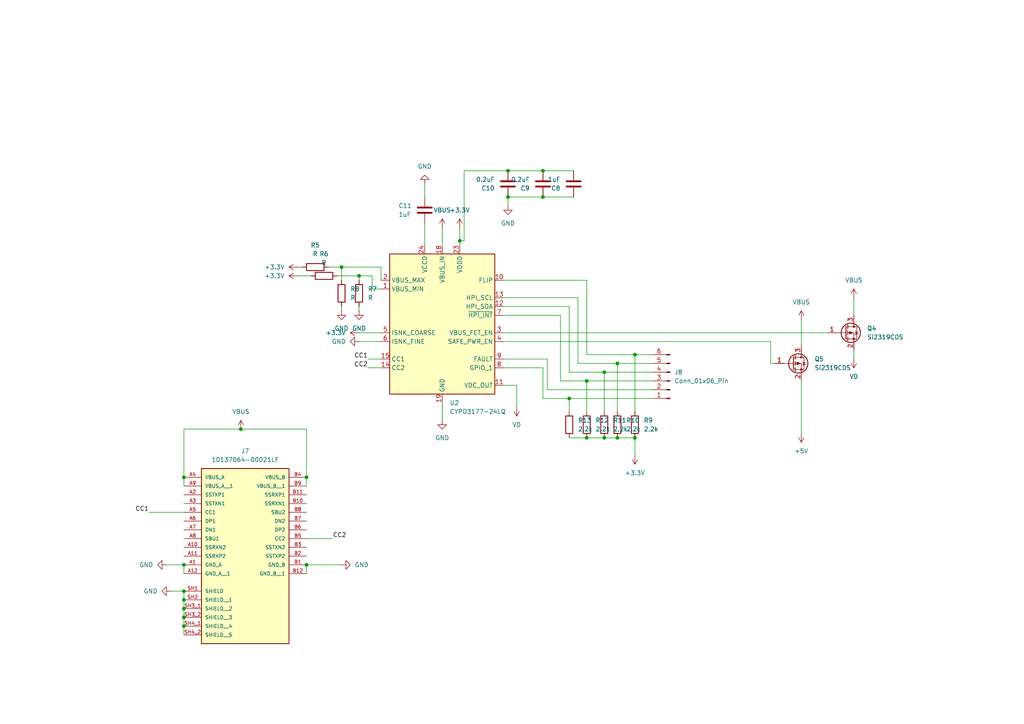
<source format=kicad_sch>
(kicad_sch (version 20250114) (generator "eeschema") (generator_version "9.0")
  (paper "A4")
  (lib_symbols
    (symbol "10137064-00021LF:10137064-00021LF" (pin_names (offset 1.016))
      (property "Reference" "J" (at -12.7 16.002 0))
      (property "Value" "10137064-00021LF" (at -12.7 -36.322 0))
      (symbol "10137064-00021LF_0_0"
        (rectangle (start -12.7 -35.56) (end 12.7 15.24) (stroke (width 0.254)) (fill (type background)))
        (pin power_in line (at -17.78 12.7 0) (length 5.08) (name "VBUS_A") (number "A4"))
        (pin power_in line (at -17.78 10.16 0) (length 5.08) (name "VBUS_A__1") (number "A9"))
        (pin bidirectional line (at -17.78 7.62 0) (length 5.08) (name "SSTXP1") (number "A2"))
        (pin bidirectional line (at -17.78 5.08 0) (length 5.08) (name "SSTXN1") (number "A3"))
        (pin bidirectional line (at -17.78 2.54 0) (length 5.08) (name "CC1") (number "A5"))
        (pin bidirectional line (at -17.78 0 0) (length 5.08) (name "DP1") (number "A6"))
        (pin bidirectional line (at -17.78 -2.54 0) (length 5.08) (name "DN1") (number "A7"))
        (pin bidirectional line (at -17.78 -5.08 0) (length 5.08) (name "SBU1") (number "A8"))
        (pin bidirectional line (at -17.78 -7.62 0) (length 5.08) (name "SSRXN2") (number "A10"))
        (pin bidirectional line (at -17.78 -10.16 0) (length 5.08) (name "SSRXP2") (number "A11"))
        (pin power_in line (at -17.78 -12.7 0) (length 5.08) (name "GND_A") (number "A1"))
        (pin power_in line (at -17.78 -15.24 0) (length 5.08) (name "GND_A__1") (number "A12"))
        (pin passive line (at -17.78 -20.32 0) (length 5.08) (name "SHIELD") (number "SH1"))
        (pin passive line (at -17.78 -22.86 0) (length 5.08) (name "SHIELD__1") (number "SH2"))
        (pin passive line (at -17.78 -25.4 0) (length 5.08) (name "SHIELD__2") (number "SH3_1"))
        (pin passive line (at -17.78 -27.94 0) (length 5.08) (name "SHIELD__3") (number "SH3_2"))
        (pin passive line (at -17.78 -30.48 0) (length 5.08) (name "SHIELD__4") (number "SH4_1"))
        (pin passive line (at -17.78 -33.02 0) (length 5.08) (name "SHIELD__5") (number "SH4_2"))
        (pin power_in line (at 17.78 12.7 180) (length 5.08) (name "VBUS_B") (number "B4"))
        (pin power_in line (at 17.78 10.16 180) (length 5.08) (name "VBUS_B__1") (number "B9"))
        (pin bidirectional line (at 17.78 7.62 180) (length 5.08) (name "SSRXP1") (number "B11"))
        (pin bidirectional line (at 17.78 5.08 180) (length 5.08) (name "SSRXN1") (number "B10"))
        (pin bidirectional line (at 17.78 2.54 180) (length 5.08) (name "SBU2") (number "B8"))
        (pin bidirectional line (at 17.78 0 180) (length 5.08) (name "DN2") (number "B7"))
        (pin bidirectional line (at 17.78 -2.54 180) (length 5.08) (name "DP2") (number "B6"))
        (pin bidirectional line (at 17.78 -5.08 180) (length 5.08) (name "CC2") (number "B5"))
        (pin bidirectional line (at 17.78 -7.62 180) (length 5.08) (name "SSTXN2") (number "B3"))
        (pin bidirectional line (at 17.78 -10.16 180) (length 5.08) (name "SSTXP2") (number "B2"))
        (pin power_in line (at 17.78 -12.7 180) (length 5.08) (name "GND_B") (number "B1"))
        (pin power_in line (at 17.78 -15.24 180) (length 5.08) (name "GND_B__1") (number "B12"))
      )
    )
    (symbol "Connector:Conn_01x06_Pin" (pin_names (offset 1.016) (hide yes))
      (property "Reference" "J" (at 0 7.62 0))
      (property "Value" "Conn_01x06_Pin" (at 0 -10.16 0))
      (symbol "Conn_01x06_Pin_1_1"
        (rectangle (start 0.8636 5.207) (end 0 4.953) (stroke (width 0.1524)) (fill (type outline)))
        (rectangle (start 0.8636 2.667) (end 0 2.413) (stroke (width 0.1524)) (fill (type outline)))
        (rectangle (start 0.8636 0.127) (end 0 -0.127) (stroke (width 0.1524)) (fill (type outline)))
        (rectangle (start 0.8636 -2.413) (end 0 -2.667) (stroke (width 0.1524)) (fill (type outline)))
        (rectangle (start 0.8636 -4.953) (end 0 -5.207) (stroke (width 0.1524)) (fill (type outline)))
        (rectangle (start 0.8636 -7.493) (end 0 -7.747) (stroke (width 0.1524)) (fill (type outline)))
        (polyline (pts (xy 1.27 5.08) (xy 0.8636 5.08)) (stroke (width 0.1524)))
        (polyline (pts (xy 1.27 2.54) (xy 0.8636 2.54)) (stroke (width 0.1524)))
        (polyline (pts (xy 1.27 0) (xy 0.8636 0)) (stroke (width 0.1524)))
        (polyline (pts (xy 1.27 -2.54) (xy 0.8636 -2.54)) (stroke (width 0.1524)))
        (polyline (pts (xy 1.27 -5.08) (xy 0.8636 -5.08)) (stroke (width 0.1524)))
        (polyline (pts (xy 1.27 -7.62) (xy 0.8636 -7.62)) (stroke (width 0.1524)))
        (pin passive line (at 5.08 5.08 180) (length 3.81) (name "Pin_1") (number "1"))
        (pin passive line (at 5.08 2.54 180) (length 3.81) (name "Pin_2") (number "2"))
        (pin passive line (at 5.08 0 180) (length 3.81) (name "Pin_3") (number "3"))
        (pin passive line (at 5.08 -2.54 180) (length 3.81) (name "Pin_4") (number "4"))
        (pin passive line (at 5.08 -5.08 180) (length 3.81) (name "Pin_5") (number "5"))
        (pin passive line (at 5.08 -7.62 180) (length 3.81) (name "Pin_6") (number "6"))
      )
    )
    (symbol "Device:C" (pin_numbers (hide yes)) (pin_names (offset 0.254))
      (property "Reference" "C" (at 0.635 2.54 0))
      (property "Value" "C" (at 0.635 -2.54 0))
      (symbol "C_0_1"
        (polyline (pts (xy -2.032 0.762) (xy 2.032 0.762)) (stroke (width 0.508)))
        (polyline (pts (xy -2.032 -0.762) (xy 2.032 -0.762)) (stroke (width 0.508)))
      )
      (symbol "C_1_1"
        (pin passive line (at 0 3.81 270) (length 2.794) (name "~") (number "1"))
        (pin passive line (at 0 -3.81 90) (length 2.794) (name "~") (number "2"))
      )
    )
    (symbol "Device:R" (pin_numbers (hide yes)) (pin_names (offset 0))
      (property "Reference" "R" (at 2.032 0 90))
      (property "Value" "R" (at 0 0 90))
      (symbol "R_0_1"
        (rectangle (start -1.016 -2.54) (end 1.016 2.54) (stroke (width 0.254)))
      )
      (symbol "R_1_1"
        (pin passive line (at 0 3.81 270) (length 1.27) (name "~") (number "1"))
        (pin passive line (at 0 -3.81 90) (length 1.27) (name "~") (number "2"))
      )
    )
    (symbol "Interface_USB:CYPD3177-24LQ"
      (property "Reference" "U" (at -13.97 21.59 0))
      (property "Value" "CYPD3177-24LQ" (at 10.16 -21.59 0))
      (symbol "CYPD3177-24LQ_0_1"
        (rectangle (start -15.24 20.32) (end 15.24 -20.32) (stroke (width 0.254)) (fill (type background)))
      )
      (symbol "CYPD3177-24LQ_1_1"
        (pin input line (at -17.78 12.7 0) (length 2.54) (name "VBUS_MAX") (number "2"))
        (pin input line (at -17.78 10.16 0) (length 2.54) (name "VBUS_MIN") (number "1"))
        (pin input line (at -17.78 -2.54 0) (length 2.54) (name "ISNK_COARSE") (number "5"))
        (pin input line (at -17.78 -5.08 0) (length 2.54) (name "ISNK_FINE") (number "6"))
        (pin bidirectional line (at -17.78 -10.16 0) (length 2.54) (name "CC1") (number "15"))
        (pin bidirectional line (at -17.78 -12.7 0) (length 2.54) (name "CC2") (number "14"))
        (pin no_connect line (at -15.24 5.08 0) (length 2.54) (hide yes) (name "NC") (number "17"))
        (pin no_connect line (at -15.24 2.54 0) (length 2.54) (hide yes) (name "NC") (number "16"))
        (pin power_out line (at -5.08 22.86 270) (length 2.54) (name "VCCD") (number "24"))
        (pin power_in line (at 0 22.86 270) (length 2.54) (name "VBUS_IN") (number "18"))
        (pin power_in line (at 0 -22.86 90) (length 2.54) (name "GND") (number "19"))
        (pin passive line (at 0 -22.86 90) (length 2.54) (hide yes) (name "GND") (number "22"))
        (pin passive line (at 0 -22.86 90) (length 2.54) (hide yes) (name "GND") (number "25"))
        (pin power_out line (at 5.08 22.86 270) (length 2.54) (name "VDDD") (number "23"))
        (pin no_connect line (at 15.24 17.78 180) (length 2.54) (hide yes) (name "NC") (number "20"))
        (pin no_connect line (at 15.24 15.24 180) (length 2.54) (hide yes) (name "NC") (number "21"))
        (pin output line (at 17.78 12.7 180) (length 2.54) (name "FLIP") (number "10"))
        (pin bidirectional line (at 17.78 7.62 180) (length 2.54) (name "HPI_SCL") (number "13"))
        (pin bidirectional line (at 17.78 5.08 180) (length 2.54) (name "HPI_SDA") (number "12"))
        (pin input line (at 17.78 2.54 180) (length 2.54) (name "~{HPI_INT}") (number "7"))
        (pin output line (at 17.78 -2.54 180) (length 2.54) (name "VBUS_FET_EN") (number "3"))
        (pin output line (at 17.78 -5.08 180) (length 2.54) (name "SAFE_PWR_EN") (number "4"))
        (pin output line (at 17.78 -10.16 180) (length 2.54) (name "FAULT") (number "9"))
        (pin bidirectional line (at 17.78 -12.7 180) (length 2.54) (name "GPIO_1") (number "8"))
        (pin output line (at 17.78 -17.78 180) (length 2.54) (name "VDC_OUT") (number "11"))
      )
    )
    (symbol "Si2329CDS_1" (pin_names (hide yes))
      (property "Reference" "Q" (at 5.08 1.905 0))
      (property "Value" "Si2319CDS" (at 5.08 0 0))
      (symbol "Si2329CDS_1_0_1"
        (polyline (pts (xy 0.254 1.905) (xy 0.254 -1.905)) (stroke (width 0.254)))
        (polyline (pts (xy 0.254 0) (xy -2.54 0)))
        (polyline (pts (xy 0.762 2.286) (xy 0.762 1.27)) (stroke (width 0.254)))
        (polyline (pts (xy 0.762 1.778) (xy 3.302 1.778) (xy 3.302 -1.778) (xy 0.762 -1.778)))
        (polyline (pts (xy 0.762 0.508) (xy 0.762 -0.508)) (stroke (width 0.254)))
        (polyline (pts (xy 0.762 -1.27) (xy 0.762 -2.286)) (stroke (width 0.254)))
        (circle (center 1.651 0) (radius 2.794) (stroke (width 0.254)))
        (polyline (pts (xy 2.286 0) (xy 1.27 0.381) (xy 1.27 -0.381) (xy 2.286 0)) (fill (type outline)))
        (polyline (pts (xy 2.54 2.54) (xy 2.54 1.778)))
        (circle (center 2.54 1.778) (radius 0.254) (fill (type outline)))
        (circle (center 2.54 -1.778) (radius 0.254) (fill (type outline)))
        (polyline (pts (xy 2.54 -2.54) (xy 2.54 0) (xy 0.762 0)))
        (polyline (pts (xy 2.794 -0.508) (xy 2.921 -0.381) (xy 3.683 -0.381) (xy 3.81 -0.254)))
        (polyline (pts (xy 3.302 -0.381) (xy 2.921 0.254) (xy 3.683 0.254) (xy 3.302 -0.381)))
      )
      (symbol "Si2329CDS_1_1_1"
        (pin input line (at -5.08 0 0) (length 2.54) (name "G") (number "1"))
        (pin passive line (at 2.54 5.08 270) (length 2.54) (name "D") (number "3"))
        (pin passive line (at 2.54 -5.08 90) (length 2.54) (name "S") (number "2"))
      )
    )
    (symbol "Transistor_FET:Si2343CDS" (pin_names (hide yes))
      (property "Reference" "Q" (at 5.08 1.905 0))
      (property "Value" "Si2319CDS" (at 5.08 0 0))
      (symbol "Si2343CDS_0_1"
        (polyline (pts (xy 0.254 1.905) (xy 0.254 -1.905)) (stroke (width 0.254)))
        (polyline (pts (xy 0.254 0) (xy -2.54 0)))
        (polyline (pts (xy 0.762 2.286) (xy 0.762 1.27)) (stroke (width 0.254)))
        (polyline (pts (xy 0.762 1.778) (xy 3.302 1.778) (xy 3.302 -1.778) (xy 0.762 -1.778)))
        (polyline (pts (xy 0.762 0.508) (xy 0.762 -0.508)) (stroke (width 0.254)))
        (polyline (pts (xy 0.762 -1.27) (xy 0.762 -2.286)) (stroke (width 0.254)))
        (circle (center 1.651 0) (radius 2.794) (stroke (width 0.254)))
        (polyline (pts (xy 2.286 0) (xy 1.27 0.381) (xy 1.27 -0.381) (xy 2.286 0)) (fill (type outline)))
        (polyline (pts (xy 2.54 2.54) (xy 2.54 1.778)))
        (circle (center 2.54 1.778) (radius 0.254) (fill (type outline)))
        (circle (center 2.54 -1.778) (radius 0.254) (fill (type outline)))
        (polyline (pts (xy 2.54 -2.54) (xy 2.54 0) (xy 0.762 0)))
        (polyline (pts (xy 2.794 -0.508) (xy 2.921 -0.381) (xy 3.683 -0.381) (xy 3.81 -0.254)))
        (polyline (pts (xy 3.302 -0.381) (xy 2.921 0.254) (xy 3.683 0.254) (xy 3.302 -0.381)))
      )
      (symbol "Si2343CDS_1_1"
        (pin input line (at -5.08 0 0) (length 2.54) (name "G") (number "1"))
        (pin passive line (at 2.54 5.08 270) (length 2.54) (name "D") (number "3"))
        (pin passive line (at 2.54 -5.08 90) (length 2.54) (name "S") (number "2"))
      )
    )
    (symbol "power:+3.3V" (power) (pin_numbers (hide yes)) (pin_names (offset 0) (hide yes))
      (property "Value" "+3.3V" (at 0 3.556 0))
      (symbol "+3.3V_0_1"
        (polyline (pts (xy -0.762 1.27) (xy 0 2.54)))
        (polyline (pts (xy 0 2.54) (xy 0.762 1.27)))
        (polyline (pts (xy 0 0) (xy 0 2.54)))
      )
      (symbol "+3.3V_1_1"
        (pin power_in line (at 0 0 90) (length 0) (name "~") (number "1"))
      )
    )
    (symbol "power:+5V" (power) (pin_numbers (hide yes)) (pin_names (offset 0) (hide yes))
      (property "Value" "+5V" (at 0 3.556 0))
      (symbol "+5V_0_1"
        (polyline (pts (xy -0.762 1.27) (xy 0 2.54)))
        (polyline (pts (xy 0 2.54) (xy 0.762 1.27)))
        (polyline (pts (xy 0 0) (xy 0 2.54)))
      )
      (symbol "+5V_1_1"
        (pin power_in line (at 0 0 90) (length 0) (name "~") (number "1"))
      )
    )
    (symbol "power:GND" (power) (pin_numbers (hide yes)) (pin_names (offset 0) (hide yes))
      (property "Value" "GND" (at 0 -3.81 0))
      (symbol "GND_0_1"
        (polyline (pts (xy 0 0) (xy 0 -1.27) (xy 1.27 -1.27) (xy 0 -2.54) (xy -1.27 -1.27) (xy 0 -1.27)))
      )
      (symbol "GND_1_1"
        (pin power_in line (at 0 0 270) (length 0) (name "~") (number "1"))
      )
    )
    (symbol "power:VBUS" (power) (pin_numbers (hide yes)) (pin_names (offset 0) (hide yes))
      (property "Value" "VBUS" (at 0 3.556 0))
      (symbol "VBUS_0_1"
        (polyline (pts (xy -0.762 1.27) (xy 0 2.54)))
        (polyline (pts (xy 0 2.54) (xy 0.762 1.27)))
        (polyline (pts (xy 0 0) (xy 0 2.54)))
      )
      (symbol "VBUS_1_1"
        (pin power_in line (at 0 0 90) (length 0) (name "~") (number "1"))
      )
    )
    (symbol "power:VD" (power) (pin_numbers (hide yes)) (pin_names (offset 0) (hide yes))
      (property "Value" "VD" (at 0 3.556 0))
      (symbol "VD_0_1"
        (polyline (pts (xy -0.762 1.27) (xy 0 2.54)))
        (polyline (pts (xy 0 2.54) (xy 0.762 1.27)))
        (polyline (pts (xy 0 0) (xy 0 2.54)))
      )
      (symbol "VD_1_1"
        (pin power_in line (at 0 0 90) (length 0) (name "~") (number "1"))
      )
    )
  )
  (junction (at 99.06 77.47))
  (junction (at 53.34 181.61))
  (junction (at 175.26 107.95))
  (junction (at 53.34 176.53))
  (junction (at 179.07 105.41))
  (junction (at 179.07 127))
  (junction (at 88.9 163.83))
  (junction (at 170.18 127))
  (junction (at 69.85 124.46))
  (junction (at 53.34 163.83))
  (junction (at 175.26 127))
  (junction (at 165.1 115.57))
  (junction (at 157.48 57.15))
  (junction (at 147.32 57.15))
  (junction (at 184.15 102.87))
  (junction (at 53.34 173.99))
  (junction (at 88.9 138.43))
  (junction (at 53.34 171.45))
  (junction (at 53.34 138.43))
  (junction (at 157.48 49.53))
  (junction (at 104.14 80.01))
  (junction (at 133.35 69.85))
  (junction (at 170.18 110.49))
  (junction (at 184.15 127))
  (junction (at 147.32 49.53))
  (junction (at 53.34 179.07))
  (wire (pts (xy 170.18 110.49) (xy 170.18 119.38)))
  (wire (pts (xy 146.05 106.68) (xy 157.48 106.68)))
  (wire (pts (xy 104.14 96.52) (xy 110.49 96.52)))
  (wire (pts (xy 157.48 106.68) (xy 157.48 115.57)))
  (wire (pts (xy 170.18 102.87) (xy 170.18 81.28)))
  (wire (pts (xy 165.1 115.57) (xy 189.23 115.57)))
  (wire (pts (xy 149.86 111.76) (xy 146.05 111.76)))
  (wire (pts (xy 133.35 66.04) (xy 133.35 69.85)))
  (wire (pts (xy 165.1 107.95) (xy 175.26 107.95)))
  (wire (pts (xy 147.32 57.15) (xy 147.32 59.69)))
  (wire (pts (xy 162.56 91.44) (xy 162.56 110.49)))
  (wire (pts (xy 53.34 138.43) (xy 53.34 140.97)))
  (wire (pts (xy 179.07 127) (xy 184.15 127)))
  (wire (pts (xy 107.95 80.01) (xy 104.14 80.01)))
  (wire (pts (xy 147.32 49.53) (xy 134.62 49.53)))
  (wire (pts (xy 157.48 49.53) (xy 147.32 49.53)))
  (wire (pts (xy 107.95 83.82) (xy 107.95 80.01)))
  (wire (pts (xy 110.49 83.82) (xy 107.95 83.82)))
  (wire (pts (xy 88.9 163.83) (xy 99.06 163.83)))
  (wire (pts (xy 53.34 171.45) (xy 53.34 173.99)))
  (wire (pts (xy 162.56 110.49) (xy 170.18 110.49)))
  (wire (pts (xy 86.36 77.47) (xy 87.63 77.47)))
  (wire (pts (xy 165.1 127) (xy 170.18 127)))
  (wire (pts (xy 157.48 57.15) (xy 147.32 57.15)))
  (wire (pts (xy 48.26 163.83) (xy 53.34 163.83)))
  (wire (pts (xy 166.37 49.53) (xy 157.48 49.53)))
  (wire (pts (xy 88.9 163.83) (xy 88.9 166.37)))
  (wire (pts (xy 189.23 102.87) (xy 184.15 102.87)))
  (wire (pts (xy 104.14 88.9) (xy 104.14 90.17)))
  (wire (pts (xy 104.14 80.01) (xy 104.14 81.28)))
  (wire (pts (xy 157.48 115.57) (xy 165.1 115.57)))
  (wire (pts (xy 165.1 88.9) (xy 165.1 107.95)))
  (wire (pts (xy 53.34 163.83) (xy 53.34 166.37)))
  (wire (pts (xy 146.05 91.44) (xy 162.56 91.44)))
  (wire (pts (xy 167.64 86.36) (xy 167.64 105.41)))
  (wire (pts (xy 146.05 88.9) (xy 165.1 88.9)))
  (wire (pts (xy 99.06 77.47) (xy 110.49 77.47)))
  (wire (pts (xy 175.26 127) (xy 179.07 127)))
  (wire (pts (xy 170.18 127) (xy 175.26 127)))
  (wire (pts (xy 53.34 181.61) (xy 53.34 184.15)))
  (wire (pts (xy 53.34 173.99) (xy 53.34 176.53)))
  (wire (pts (xy 43.18 148.59) (xy 53.34 148.59)))
  (wire (pts (xy 53.34 176.53) (xy 53.34 179.07)))
  (wire (pts (xy 99.06 88.9) (xy 99.06 90.17)))
  (wire (pts (xy 106.68 104.14) (xy 110.49 104.14)))
  (wire (pts (xy 184.15 127) (xy 184.15 132.08)))
  (wire (pts (xy 175.26 107.95) (xy 189.23 107.95)))
  (wire (pts (xy 158.75 113.03) (xy 158.75 104.14)))
  (wire (pts (xy 166.37 57.15) (xy 157.48 57.15)))
  (wire (pts (xy 123.19 64.77) (xy 123.19 71.12)))
  (wire (pts (xy 175.26 107.95) (xy 175.26 119.38)))
  (wire (pts (xy 179.07 105.41) (xy 179.07 119.38)))
  (wire (pts (xy 95.25 77.47) (xy 99.06 77.47)))
  (wire (pts (xy 179.07 105.41) (xy 189.23 105.41)))
  (wire (pts (xy 232.41 92.71) (xy 232.41 100.33)))
  (wire (pts (xy 106.68 106.68) (xy 110.49 106.68)))
  (wire (pts (xy 86.36 80.01) (xy 90.17 80.01)))
  (wire (pts (xy 99.06 77.47) (xy 99.06 81.28)))
  (wire (pts (xy 88.9 138.43) (xy 88.9 140.97)))
  (wire (pts (xy 167.64 105.41) (xy 179.07 105.41)))
  (wire (pts (xy 170.18 102.87) (xy 184.15 102.87)))
  (wire (pts (xy 134.62 69.85) (xy 133.35 69.85)))
  (wire (pts (xy 88.9 156.21) (xy 96.52 156.21)))
  (wire (pts (xy 134.62 49.53) (xy 134.62 69.85)))
  (wire (pts (xy 170.18 110.49) (xy 189.23 110.49)))
  (wire (pts (xy 133.35 69.85) (xy 133.35 71.12)))
  (wire (pts (xy 146.05 99.06) (xy 223.52 99.06)))
  (wire (pts (xy 128.27 116.84) (xy 128.27 121.92)))
  (wire (pts (xy 146.05 81.28) (xy 170.18 81.28)))
  (wire (pts (xy 104.14 99.06) (xy 110.49 99.06)))
  (wire (pts (xy 223.52 105.41) (xy 224.79 105.41)))
  (wire (pts (xy 53.34 179.07) (xy 53.34 181.61)))
  (wire (pts (xy 165.1 115.57) (xy 165.1 119.38)))
  (wire (pts (xy 158.75 113.03) (xy 189.23 113.03)))
  (wire (pts (xy 110.49 77.47) (xy 110.49 81.28)))
  (wire (pts (xy 69.85 124.46) (xy 88.9 124.46)))
  (wire (pts (xy 88.9 124.46) (xy 88.9 138.43)))
  (wire (pts (xy 232.41 110.49) (xy 232.41 125.73)))
  (wire (pts (xy 223.52 99.06) (xy 223.52 105.41)))
  (wire (pts (xy 146.05 86.36) (xy 167.64 86.36)))
  (wire (pts (xy 49.53 171.45) (xy 53.34 171.45)))
  (wire (pts (xy 69.85 124.46) (xy 53.34 124.46)))
  (wire (pts (xy 53.34 124.46) (xy 53.34 138.43)))
  (wire (pts (xy 97.79 80.01) (xy 104.14 80.01)))
  (wire (pts (xy 128.27 66.04) (xy 128.27 71.12)))
  (wire (pts (xy 149.86 118.11) (xy 149.86 111.76)))
  (wire (pts (xy 247.65 101.6) (xy 247.65 104.14)))
  (wire (pts (xy 158.75 104.14) (xy 146.05 104.14)))
  (wire (pts (xy 123.19 53.34) (xy 123.19 57.15)))
  (wire (pts (xy 146.05 96.52) (xy 240.03 96.52)))
  (wire (pts (xy 247.65 86.36) (xy 247.65 91.44)))
  (wire (pts (xy 184.15 102.87) (xy 184.15 119.38)))
  (label "CC1" (at 106.68 104.14 180))
  (label "CC2" (at 106.68 106.68 180))
  (label "CC2" (at 96.52 156.21 0))
  (label "CC1" (at 43.18 148.59 180))
  (symbol (lib_id "Device:R") (at 104.14 85.09 0) (unit 1)
    (property "Reference" "R7" (at 106.68 83.8199 0) (effects (justify left)))
    (property "Value" "R" (at 106.68 86.3599 0) (effects (justify left)))
    (property "Footprint" "Resistor_SMD:R_0603_1608Metric" (effects (hide yes)))
    (property "Description" "Resistor" (effects (hide yes)))
  )
  (symbol (lib_id "power:VD") (at 247.65 104.14 180) (unit 1)
    (property "Reference" "#PWR046" (effects (hide yes)))
    (property "Value" "VD" (at 247.65 109.22 0))
    (property "Description" "Power symbol creates a global label with name \"VD\"" (effects (hide yes)))
  )
  (symbol (lib_id "Device:R") (at 179.07 123.19 0) (unit 1)
    (property "Reference" "R10" (at 181.61 121.9199 0) (effects (justify left)))
    (property "Value" "2.2k" (at 181.61 124.4599 0) (effects (justify left)))
    (property "Footprint" "Resistor_SMD:R_0603_1608Metric" (effects (hide yes)))
    (property "Description" "Resistor" (effects (hide yes)))
  )
  (symbol (lib_id "power:GND") (at 99.06 163.83 90) (unit 1)
    (property "Reference" "#PWR041" (effects (hide yes)))
    (property "Value" "GND" (at 102.87 163.8299 90) (effects (justify right)))
    (property "Description" "Power symbol creates a global label with name \"GND\" , ground" (effects (hide yes)))
  )
  (symbol (lib_id "Connector:Conn_01x06_Pin") (at 194.31 110.49 180) (unit 1)
    (property "Reference" "J8" (at 195.58 107.9499 0) (effects (justify right)))
    (property "Value" "Conn_01x06_Pin" (at 195.58 110.4899 0) (effects (justify right)))
    (property "Footprint" "Connector_PinHeader_2.54mm:PinHeader_1x06_P2.54mm_Vertical" (effects (hide yes)))
    (property "Description" "Generic connector, single row, 01x06, script generated" (effects (hide yes)))
  )
  (symbol (lib_id "Device:R") (at 91.44 77.47 90) (unit 1)
    (property "Reference" "R5" (at 91.44 71.12 90))
    (property "Value" "R" (at 91.44 73.66 90))
    (property "Footprint" "Resistor_SMD:R_0603_1608Metric" (effects (hide yes)))
    (property "Description" "Resistor" (effects (hide yes)))
  )
  (symbol (lib_id "power:+3.3V") (at 133.35 66.04 0) (unit 1)
    (property "Reference" "#PWR030" (effects (hide yes)))
    (property "Value" "+3.3V" (at 133.35 60.96 0))
    (property "Description" "Power symbol creates a global label with name \"+3.3V\"" (effects (hide yes)))
  )
  (symbol (lib_id "Device:C") (at 166.37 53.34 0) (unit 1)
    (property "Reference" "C8" (at 162.56 54.6101 0) (effects (justify right)))
    (property "Value" "1uF" (at 162.56 52.0701 0) (effects (justify right)))
    (property "Footprint" "Capacitor_SMD:C_0603_1608Metric" (effects (hide yes)))
    (property "Description" "Unpolarized capacitor" (effects (hide yes)))
  )
  (symbol (lib_id "power:GND") (at 104.14 90.17 0) (unit 1)
    (property "Reference" "#PWR032" (effects (hide yes)))
    (property "Value" "GND" (at 104.14 95.25 0))
    (property "Description" "Power symbol creates a global label with name \"GND\" , ground" (effects (hide yes)))
  )
  (symbol (lib_id "power:VBUS") (at 128.27 66.04 0) (unit 1)
    (property "Reference" "#PWR033" (effects (hide yes)))
    (property "Value" "VBUS" (at 128.27 60.96 0))
    (property "Description" "Power symbol creates a global label with name \"VBUS\"" (effects (hide yes)))
  )
  (symbol (lib_name "Si2329CDS_1") (lib_id "Transistor_FET:Si2329CDS") (at 229.87 105.41 0) (unit 1)
    (property "Reference" "Q5" (at 236.22 104.1399 0) (effects (justify left)))
    (property "Value" "Si2319CDS" (at 236.22 106.6799 0) (effects (justify left)))
    (property "Footprint" "Package_TO_SOT_SMD:SOT-23" (effects (hide yes)))
    (property "Datasheet" "http://www.vishay.com/docs/66709/si2319cd.pdf" (effects (hide yes)))
    (property "Description" "6A Id, 8V Vds, P-Channel MOSFET, SOT-23" (effects (hide yes)))
  )
  (symbol (lib_id "Device:R") (at 184.15 123.19 0) (unit 1)
    (property "Reference" "R9" (at 186.69 121.9199 0) (effects (justify left)))
    (property "Value" "2.2k" (at 186.69 124.4599 0) (effects (justify left)))
    (property "Description" "Resistor" (effects (hide yes)))
  )
  (symbol (lib_id "Device:C") (at 123.19 60.96 0) (unit 1)
    (property "Reference" "C11" (at 115.57 59.69 0) (effects (justify left)))
    (property "Value" "1uF" (at 115.57 62.23 0) (effects (justify left)))
    (property "Footprint" "Capacitor_SMD:C_0603_1608Metric" (effects (hide yes)))
    (property "Description" "Unpolarized capacitor" (effects (hide yes)))
  )
  (symbol (lib_id "10137064-00021LF:10137064-00021LF") (at 71.12 151.13 0) (unit 1)
    (property "Reference" "J7" (at 71.12 130.81 0))
    (property "Value" "10137064-00021LF" (at 71.12 133.35 0))
    (property "Footprint" "10137064-00021LF:AMPHENOL_10137064-00021LF" (effects (hide yes)))
    (property "PARTREV" "B" (effects (hide yes)))
    (property "STANDARD" "Manufacturer Recommendations" (effects (hide yes)))
    (property "SNAPEDA_PN" "10137064-00021LF" (effects (hide yes)))
    (property "MAXIMUM_PACKAGE_HEIGHT" "3.14mm" (effects (hide yes)))
    (property "MANUFACTURER" "Amphenol" (effects (hide yes)))
  )
  (symbol (lib_id "Interface_USB:CYPD3177-24LQ") (at 128.27 93.98 0) (unit 1)
    (property "Reference" "U2" (at 130.4133 116.84 0) (effects (justify left)))
    (property "Value" "CYPD3177-24LQ" (at 130.4133 119.38 0) (effects (justify left)))
    (property "Footprint" "Package_DFN_QFN:QFN-24-1EP_4x4mm_P0.5mm_EP2.75x2.75mm" (effects (hide yes)))
    (property "Datasheet" "https://www.infineon.com/dgdl/Infineon-EZ-PD_BCR_Datasheet_USB_Type-C_Port_Controller_for_Power_Sinks-DataSheet-v03_00-EN.pdf?fileId=8ac78c8c7d0d8da4017d0ee7ce9d70ad" (effects (hide yes)))
    (property "Description" "Stand-alone USB PD controller (with sink Auto-run mode), QFN-24" (effects (hide yes)))
  )
  (symbol (lib_id "power:GND") (at 128.27 121.92 0) (unit 1)
    (property "Reference" "#PWR037" (effects (hide yes)))
    (property "Value" "GND" (at 128.27 127 0))
    (property "Description" "Power symbol creates a global label with name \"GND\" , ground" (effects (hide yes)))
  )
  (symbol (lib_id "Device:C") (at 147.32 53.34 180) (unit 1)
    (property "Reference" "C10" (at 143.51 54.6101 0) (effects (justify left)))
    (property "Value" "0.2uF" (at 143.51 52.0701 0) (effects (justify left)))
    (property "Footprint" "Capacitor_SMD:C_0603_1608Metric" (effects (hide yes)))
    (property "Description" "Unpolarized capacitor" (effects (hide yes)))
  )
  (symbol (lib_id "power:+3.3V") (at 184.15 132.08 180) (unit 1)
    (property "Reference" "#PWR048" (effects (hide yes)))
    (property "Value" "+3.3V" (at 184.15 137.16 0))
    (property "Description" "Power symbol creates a global label with name \"+3.3V\"" (effects (hide yes)))
  )
  (symbol (lib_id "power:+3.3V") (at 104.14 96.52 90) (unit 1)
    (property "Reference" "#PWR043" (effects (hide yes)))
    (property "Value" "+3.3V" (at 100.33 96.5199 90) (effects (justify left)))
    (property "Description" "Power symbol creates a global label with name \"+3.3V\"" (effects (hide yes)))
  )
  (symbol (lib_id "power:GND") (at 49.53 171.45 270) (unit 1)
    (property "Reference" "#PWR039" (effects (hide yes)))
    (property "Value" "GND" (at 45.72 171.4499 90) (effects (justify right)))
    (property "Description" "Power symbol creates a global label with name \"GND\" , ground" (effects (hide yes)))
  )
  (symbol (lib_id "power:GND") (at 123.19 53.34 180) (unit 1)
    (property "Reference" "#PWR038" (effects (hide yes)))
    (property "Value" "GND" (at 123.19 48.26 0))
    (property "Description" "Power symbol creates a global label with name \"GND\" , ground" (effects (hide yes)))
  )
  (symbol (lib_id "power:VD") (at 149.86 118.11 180) (unit 1)
    (property "Reference" "#PWR036" (effects (hide yes)))
    (property "Value" "VD" (at 149.86 123.19 0))
    (property "Description" "Power symbol creates a global label with name \"VD\"" (effects (hide yes)))
  )
  (symbol (lib_id "Device:R") (at 99.06 85.09 0) (unit 1)
    (property "Reference" "R8" (at 101.6 83.8199 0) (effects (justify left)))
    (property "Value" "R" (at 101.6 86.3599 0) (effects (justify left)))
    (property "Footprint" "Resistor_SMD:R_0603_1608Metric" (effects (hide yes)))
    (property "Description" "Resistor" (effects (hide yes)))
  )
  (symbol (lib_id "power:GND") (at 147.32 59.69 0) (unit 1)
    (property "Reference" "#PWR047" (effects (hide yes)))
    (property "Value" "GND" (at 147.32 64.77 0))
    (property "Description" "Power symbol creates a global label with name \"GND\" , ground" (effects (hide yes)))
  )
  (symbol (lib_id "power:GND") (at 48.26 163.83 270) (unit 1)
    (property "Reference" "#PWR040" (effects (hide yes)))
    (property "Value" "GND" (at 44.45 163.8299 90) (effects (justify right)))
    (property "Description" "Power symbol creates a global label with name \"GND\" , ground" (effects (hide yes)))
  )
  (symbol (lib_id "power:GND") (at 104.14 99.06 270) (unit 1)
    (property "Reference" "#PWR044" (effects (hide yes)))
    (property "Value" "GND" (at 100.33 99.0599 90) (effects (justify right)))
    (property "Description" "Power symbol creates a global label with name \"GND\" , ground" (effects (hide yes)))
  )
  (symbol (lib_id "power:+3.3V") (at 86.36 77.47 90) (unit 1)
    (property "Reference" "#PWR028" (effects (hide yes)))
    (property "Value" "+3.3V" (at 82.55 77.4699 90) (effects (justify left)))
    (property "Description" "Power symbol creates a global label with name \"+3.3V\"" (effects (hide yes)))
  )
  (symbol (lib_id "Device:R") (at 175.26 123.19 0) (unit 1)
    (property "Reference" "R11" (at 177.8 121.9199 0) (effects (justify left)))
    (property "Value" "2.2k" (at 177.8 124.4599 0) (effects (justify left)))
    (property "Footprint" "Resistor_SMD:R_0603_1608Metric" (effects (hide yes)))
    (property "Description" "Resistor" (effects (hide yes)))
  )
  (symbol (lib_id "power:VBUS") (at 69.85 124.46 0) (unit 1)
    (property "Reference" "#PWR042" (effects (hide yes)))
    (property "Value" "VBUS" (at 69.85 119.38 0))
    (property "Description" "Power symbol creates a global label with name \"VBUS\"" (effects (hide yes)))
  )
  (symbol (lib_id "power:VBUS") (at 247.65 86.36 0) (unit 1)
    (property "Reference" "#PWR035" (effects (hide yes)))
    (property "Value" "VBUS" (at 247.65 81.28 0))
    (property "Description" "Power symbol creates a global label with name \"VBUS\"" (effects (hide yes)))
  )
  (symbol (lib_id "power:GND") (at 99.06 90.17 0) (unit 1)
    (property "Reference" "#PWR031" (effects (hide yes)))
    (property "Value" "GND" (at 99.06 95.25 0))
    (property "Description" "Power symbol creates a global label with name \"GND\" , ground" (effects (hide yes)))
  )
  (symbol (lib_id "Device:R") (at 165.1 123.19 0) (unit 1)
    (property "Reference" "R13" (at 167.64 121.9199 0) (effects (justify left)))
    (property "Value" "2.2k" (at 167.64 124.4599 0) (effects (justify left)))
    (property "Footprint" "Resistor_SMD:R_0603_1608Metric" (effects (hide yes)))
    (property "Description" "Resistor" (effects (hide yes)))
  )
  (symbol (lib_id "Device:C") (at 157.48 53.34 180) (unit 1)
    (property "Reference" "C9" (at 153.67 54.6101 0) (effects (justify left)))
    (property "Value" "0.2uF" (at 153.67 52.0701 0) (effects (justify left)))
    (property "Footprint" "Resistor_SMD:R_0603_1608Metric" (effects (hide yes)))
    (property "Description" "Unpolarized capacitor" (effects (hide yes)))
  )
  (symbol (lib_id "Transistor_FET:Si2343CDS") (at 245.11 96.52 0) (unit 1)
    (property "Reference" "Q4" (at 251.46 95.2499 0) (effects (justify left)))
    (property "Value" "Si2319CDS" (at 251.46 97.7899 0) (effects (justify left)))
    (property "Footprint" "Package_TO_SOT_SMD:SOT-23-3" (effects (hide yes)))
    (property "Datasheet" "http://www.vishay.com/docs/66709/si2319cd.pdf" (effects (hide yes)))
    (property "Description" "-4.4A Id, -40V Vds, P-Channel MOSFET, SOT-23" (effects (hide yes)))
  )
  (symbol (lib_id "Device:R") (at 170.18 123.19 0) (unit 1)
    (property "Reference" "R12" (at 172.72 121.9199 0) (effects (justify left)))
    (property "Value" "2.2k" (at 172.72 124.4599 0) (effects (justify left)))
    (property "Footprint" "Resistor_SMD:R_0603_1608Metric" (effects (hide yes)))
    (property "Description" "Resistor" (effects (hide yes)))
  )
  (symbol (lib_id "power:VBUS") (at 232.41 92.71 0) (unit 1)
    (property "Reference" "#PWR045" (effects (hide yes)))
    (property "Value" "VBUS" (at 232.41 87.63 0))
    (property "Description" "Power symbol creates a global label with name \"VBUS\"" (effects (hide yes)))
  )
  (symbol (lib_id "power:+3.3V") (at 86.36 80.01 90) (unit 1)
    (property "Reference" "#PWR029" (effects (hide yes)))
    (property "Value" "+3.3V" (at 82.55 80.0099 90) (effects (justify left)))
    (property "Description" "Power symbol creates a global label with name \"+3.3V\"" (effects (hide yes)))
  )
  (symbol (lib_id "power:+5V") (at 232.41 125.73 180) (unit 1)
    (property "Reference" "#PWR034" (effects (hide yes)))
    (property "Value" "+5V" (at 232.41 130.81 0))
    (property "Description" "Power symbol creates a global label with name \"+5V\"" (effects (hide yes)))
  )
  (symbol (lib_id "Device:R") (at 93.98 80.01 90) (unit 1)
    (property "Reference" "R6" (at 93.98 73.66 90))
    (property "Value" "R" (at 93.98 76.2 90))
    (property "Footprint" "Resistor_SMD:R_0603_1608Metric" (effects (hide yes)))
    (property "Description" "Resistor" (effects (hide yes)))
  )
)
</source>
